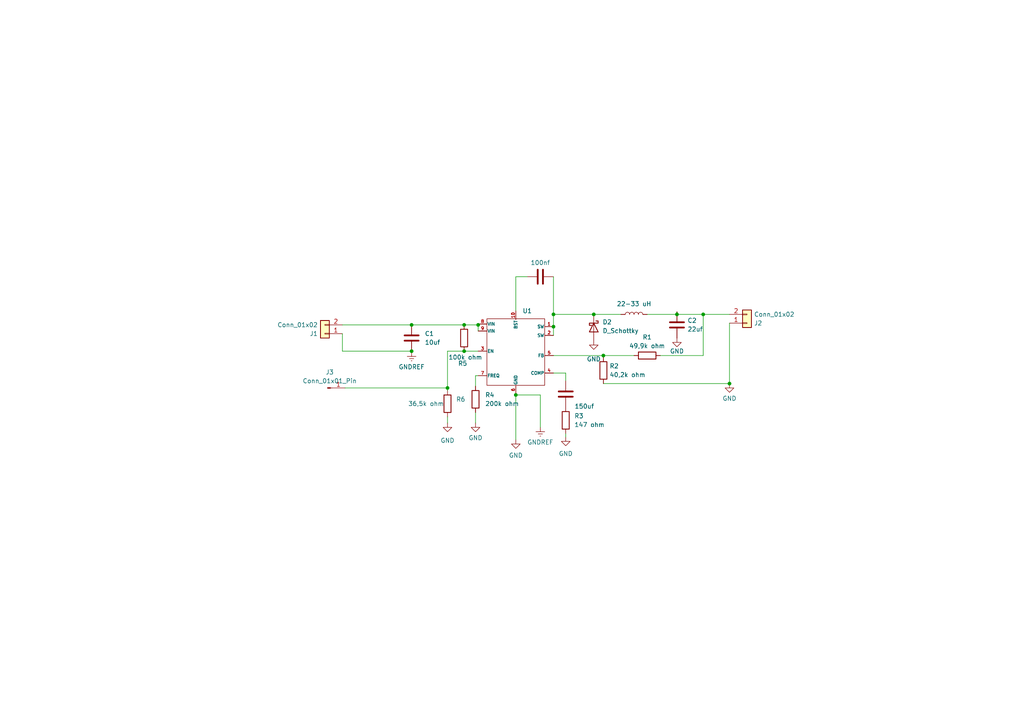
<source format=kicad_sch>
(kicad_sch (version 20230121) (generator eeschema)

  (uuid 78d898c9-a2dc-442a-a8cd-3821f9ae9c27)

  (paper "A4")

  (lib_symbols
    (symbol "Connector:Conn_01x01_Pin" (pin_names (offset 1.016) hide) (in_bom yes) (on_board yes)
      (property "Reference" "J" (at 0 2.54 0)
        (effects (font (size 1.27 1.27)))
      )
      (property "Value" "Conn_01x01_Pin" (at 0 -2.54 0)
        (effects (font (size 1.27 1.27)))
      )
      (property "Footprint" "" (at 0 0 0)
        (effects (font (size 1.27 1.27)) hide)
      )
      (property "Datasheet" "~" (at 0 0 0)
        (effects (font (size 1.27 1.27)) hide)
      )
      (property "ki_locked" "" (at 0 0 0)
        (effects (font (size 1.27 1.27)))
      )
      (property "ki_keywords" "connector" (at 0 0 0)
        (effects (font (size 1.27 1.27)) hide)
      )
      (property "ki_description" "Generic connector, single row, 01x01, script generated" (at 0 0 0)
        (effects (font (size 1.27 1.27)) hide)
      )
      (property "ki_fp_filters" "Connector*:*_1x??_*" (at 0 0 0)
        (effects (font (size 1.27 1.27)) hide)
      )
      (symbol "Conn_01x01_Pin_1_1"
        (polyline
          (pts
            (xy 1.27 0)
            (xy 0.8636 0)
          )
          (stroke (width 0.1524) (type default))
          (fill (type none))
        )
        (rectangle (start 0.8636 0.127) (end 0 -0.127)
          (stroke (width 0.1524) (type default))
          (fill (type outline))
        )
        (pin passive line (at 5.08 0 180) (length 3.81)
          (name "Pin_1" (effects (font (size 1.27 1.27))))
          (number "1" (effects (font (size 1.27 1.27))))
        )
      )
    )
    (symbol "Connector_Generic:Conn_01x02" (pin_names (offset 1.016) hide) (in_bom yes) (on_board yes)
      (property "Reference" "J" (at 0 2.54 0)
        (effects (font (size 1.27 1.27)))
      )
      (property "Value" "Conn_01x02" (at 0 -5.08 0)
        (effects (font (size 1.27 1.27)))
      )
      (property "Footprint" "" (at 0 0 0)
        (effects (font (size 1.27 1.27)) hide)
      )
      (property "Datasheet" "~" (at 0 0 0)
        (effects (font (size 1.27 1.27)) hide)
      )
      (property "ki_keywords" "connector" (at 0 0 0)
        (effects (font (size 1.27 1.27)) hide)
      )
      (property "ki_description" "Generic connector, single row, 01x02, script generated (kicad-library-utils/schlib/autogen/connector/)" (at 0 0 0)
        (effects (font (size 1.27 1.27)) hide)
      )
      (property "ki_fp_filters" "Connector*:*_1x??_*" (at 0 0 0)
        (effects (font (size 1.27 1.27)) hide)
      )
      (symbol "Conn_01x02_1_1"
        (rectangle (start -1.27 -2.413) (end 0 -2.667)
          (stroke (width 0.1524) (type default))
          (fill (type none))
        )
        (rectangle (start -1.27 0.127) (end 0 -0.127)
          (stroke (width 0.1524) (type default))
          (fill (type none))
        )
        (rectangle (start -1.27 1.27) (end 1.27 -3.81)
          (stroke (width 0.254) (type default))
          (fill (type background))
        )
        (pin passive line (at -5.08 0 0) (length 3.81)
          (name "Pin_1" (effects (font (size 1.27 1.27))))
          (number "1" (effects (font (size 1.27 1.27))))
        )
        (pin passive line (at -5.08 -2.54 0) (length 3.81)
          (name "Pin_2" (effects (font (size 1.27 1.27))))
          (number "2" (effects (font (size 1.27 1.27))))
        )
      )
    )
    (symbol "Device:C" (pin_numbers hide) (pin_names (offset 0.254)) (in_bom yes) (on_board yes)
      (property "Reference" "C" (at 0.635 2.54 0)
        (effects (font (size 1.27 1.27)) (justify left))
      )
      (property "Value" "C" (at 0.635 -2.54 0)
        (effects (font (size 1.27 1.27)) (justify left))
      )
      (property "Footprint" "" (at 0.9652 -3.81 0)
        (effects (font (size 1.27 1.27)) hide)
      )
      (property "Datasheet" "~" (at 0 0 0)
        (effects (font (size 1.27 1.27)) hide)
      )
      (property "ki_keywords" "cap capacitor" (at 0 0 0)
        (effects (font (size 1.27 1.27)) hide)
      )
      (property "ki_description" "Unpolarized capacitor" (at 0 0 0)
        (effects (font (size 1.27 1.27)) hide)
      )
      (property "ki_fp_filters" "C_*" (at 0 0 0)
        (effects (font (size 1.27 1.27)) hide)
      )
      (symbol "C_0_1"
        (polyline
          (pts
            (xy -2.032 -0.762)
            (xy 2.032 -0.762)
          )
          (stroke (width 0.508) (type default))
          (fill (type none))
        )
        (polyline
          (pts
            (xy -2.032 0.762)
            (xy 2.032 0.762)
          )
          (stroke (width 0.508) (type default))
          (fill (type none))
        )
      )
      (symbol "C_1_1"
        (pin passive line (at 0 3.81 270) (length 2.794)
          (name "~" (effects (font (size 1.27 1.27))))
          (number "1" (effects (font (size 1.27 1.27))))
        )
        (pin passive line (at 0 -3.81 90) (length 2.794)
          (name "~" (effects (font (size 1.27 1.27))))
          (number "2" (effects (font (size 1.27 1.27))))
        )
      )
    )
    (symbol "Device:D_Schottky" (pin_numbers hide) (pin_names (offset 1.016) hide) (in_bom yes) (on_board yes)
      (property "Reference" "D" (at 0 2.54 0)
        (effects (font (size 1.27 1.27)))
      )
      (property "Value" "D_Schottky" (at 0 -2.54 0)
        (effects (font (size 1.27 1.27)))
      )
      (property "Footprint" "" (at 0 0 0)
        (effects (font (size 1.27 1.27)) hide)
      )
      (property "Datasheet" "~" (at 0 0 0)
        (effects (font (size 1.27 1.27)) hide)
      )
      (property "ki_keywords" "diode Schottky" (at 0 0 0)
        (effects (font (size 1.27 1.27)) hide)
      )
      (property "ki_description" "Schottky diode" (at 0 0 0)
        (effects (font (size 1.27 1.27)) hide)
      )
      (property "ki_fp_filters" "TO-???* *_Diode_* *SingleDiode* D_*" (at 0 0 0)
        (effects (font (size 1.27 1.27)) hide)
      )
      (symbol "D_Schottky_0_1"
        (polyline
          (pts
            (xy 1.27 0)
            (xy -1.27 0)
          )
          (stroke (width 0) (type default))
          (fill (type none))
        )
        (polyline
          (pts
            (xy 1.27 1.27)
            (xy 1.27 -1.27)
            (xy -1.27 0)
            (xy 1.27 1.27)
          )
          (stroke (width 0.254) (type default))
          (fill (type none))
        )
        (polyline
          (pts
            (xy -1.905 0.635)
            (xy -1.905 1.27)
            (xy -1.27 1.27)
            (xy -1.27 -1.27)
            (xy -0.635 -1.27)
            (xy -0.635 -0.635)
          )
          (stroke (width 0.254) (type default))
          (fill (type none))
        )
      )
      (symbol "D_Schottky_1_1"
        (pin passive line (at -3.81 0 0) (length 2.54)
          (name "K" (effects (font (size 1.27 1.27))))
          (number "1" (effects (font (size 1.27 1.27))))
        )
        (pin passive line (at 3.81 0 180) (length 2.54)
          (name "A" (effects (font (size 1.27 1.27))))
          (number "2" (effects (font (size 1.27 1.27))))
        )
      )
    )
    (symbol "Device:L" (pin_numbers hide) (pin_names (offset 1.016) hide) (in_bom yes) (on_board yes)
      (property "Reference" "L" (at -1.27 0 90)
        (effects (font (size 1.27 1.27)))
      )
      (property "Value" "L" (at 1.905 0 90)
        (effects (font (size 1.27 1.27)))
      )
      (property "Footprint" "" (at 0 0 0)
        (effects (font (size 1.27 1.27)) hide)
      )
      (property "Datasheet" "~" (at 0 0 0)
        (effects (font (size 1.27 1.27)) hide)
      )
      (property "ki_keywords" "inductor choke coil reactor magnetic" (at 0 0 0)
        (effects (font (size 1.27 1.27)) hide)
      )
      (property "ki_description" "Inductor" (at 0 0 0)
        (effects (font (size 1.27 1.27)) hide)
      )
      (property "ki_fp_filters" "Choke_* *Coil* Inductor_* L_*" (at 0 0 0)
        (effects (font (size 1.27 1.27)) hide)
      )
      (symbol "L_0_1"
        (arc (start 0 -2.54) (mid 0.6323 -1.905) (end 0 -1.27)
          (stroke (width 0) (type default))
          (fill (type none))
        )
        (arc (start 0 -1.27) (mid 0.6323 -0.635) (end 0 0)
          (stroke (width 0) (type default))
          (fill (type none))
        )
        (arc (start 0 0) (mid 0.6323 0.635) (end 0 1.27)
          (stroke (width 0) (type default))
          (fill (type none))
        )
        (arc (start 0 1.27) (mid 0.6323 1.905) (end 0 2.54)
          (stroke (width 0) (type default))
          (fill (type none))
        )
      )
      (symbol "L_1_1"
        (pin passive line (at 0 3.81 270) (length 1.27)
          (name "1" (effects (font (size 1.27 1.27))))
          (number "1" (effects (font (size 1.27 1.27))))
        )
        (pin passive line (at 0 -3.81 90) (length 1.27)
          (name "2" (effects (font (size 1.27 1.27))))
          (number "2" (effects (font (size 1.27 1.27))))
        )
      )
    )
    (symbol "Device:R" (pin_numbers hide) (pin_names (offset 0)) (in_bom yes) (on_board yes)
      (property "Reference" "R" (at 2.032 0 90)
        (effects (font (size 1.27 1.27)))
      )
      (property "Value" "R" (at 0 0 90)
        (effects (font (size 1.27 1.27)))
      )
      (property "Footprint" "" (at -1.778 0 90)
        (effects (font (size 1.27 1.27)) hide)
      )
      (property "Datasheet" "~" (at 0 0 0)
        (effects (font (size 1.27 1.27)) hide)
      )
      (property "ki_keywords" "R res resistor" (at 0 0 0)
        (effects (font (size 1.27 1.27)) hide)
      )
      (property "ki_description" "Resistor" (at 0 0 0)
        (effects (font (size 1.27 1.27)) hide)
      )
      (property "ki_fp_filters" "R_*" (at 0 0 0)
        (effects (font (size 1.27 1.27)) hide)
      )
      (symbol "R_0_1"
        (rectangle (start -1.016 -2.54) (end 1.016 2.54)
          (stroke (width 0.254) (type default))
          (fill (type none))
        )
      )
      (symbol "R_1_1"
        (pin passive line (at 0 3.81 270) (length 1.27)
          (name "~" (effects (font (size 1.27 1.27))))
          (number "1" (effects (font (size 1.27 1.27))))
        )
        (pin passive line (at 0 -3.81 90) (length 1.27)
          (name "~" (effects (font (size 1.27 1.27))))
          (number "2" (effects (font (size 1.27 1.27))))
        )
      )
    )
    (symbol "MP4462:MP4462" (pin_names (offset 0.1)) (in_bom yes) (on_board yes)
      (property "Reference" "U" (at 0 0 0)
        (effects (font (size 1.27 1.27)))
      )
      (property "Value" "" (at 0 0 0)
        (effects (font (size 1.27 1.27)))
      )
      (property "Footprint" "MP4462 : SOIC 8" (at 0 2.794 0)
        (effects (font (size 1.27 1.27)) hide)
      )
      (property "Datasheet" "" (at 0 0 0)
        (effects (font (size 1.27 1.27)) hide)
      )
      (symbol "MP4462_0_1"
        (rectangle (start -8.382 0) (end 8.382 -19.304)
          (stroke (width 0) (type default))
          (fill (type none))
        )
      )
      (symbol "MP4462_1_1"
        (pin input line (at 10.922 -2.286 180) (length 2.54)
          (name "SW" (effects (font (size 0.9 0.9))))
          (number "1" (effects (font (size 0.9 0.9))))
        )
        (pin input line (at 0 2.286 270) (length 2.54)
          (name "BST" (effects (font (size 0.9 0.9))))
          (number "10" (effects (font (size 0.9 0.9))))
        )
        (pin input line (at 10.922 -4.826 180) (length 2.54)
          (name "SW" (effects (font (size 0.9 0.9))))
          (number "2" (effects (font (size 0.9 0.9))))
        )
        (pin input line (at -10.922 -9.398 0) (length 2.54)
          (name "EN" (effects (font (size 0.9 0.9))))
          (number "3" (effects (font (size 0.9 0.9))))
        )
        (pin input line (at 10.922 -15.748 180) (length 2.54)
          (name "COMP" (effects (font (size 0.9 0.9))))
          (number "4" (effects (font (size 0.9 0.9))))
        )
        (pin input line (at 10.922 -10.668 180) (length 2.54)
          (name "FB" (effects (font (size 0.9 0.9))))
          (number "5" (effects (font (size 0.9 0.9))))
        )
        (pin input line (at 0 -21.844 90) (length 2.54)
          (name "GND" (effects (font (size 0.9 0.9))))
          (number "6" (effects (font (size 0.9 0.9))))
        )
        (pin input line (at -10.922 -16.51 0) (length 2.54)
          (name "FREQ" (effects (font (size 0.9 0.9))))
          (number "7" (effects (font (size 0.9 0.9))))
        )
        (pin input line (at -10.922 -1.524 0) (length 2.54)
          (name "VIN" (effects (font (size 0.9 0.9))))
          (number "8" (effects (font (size 0.9 0.9))))
        )
        (pin input line (at -10.922 -3.556 0) (length 2.54)
          (name "VIN" (effects (font (size 0.9 0.9))))
          (number "9" (effects (font (size 0.9 0.9))))
        )
      )
    )
    (symbol "power:GND" (power) (pin_names (offset 0)) (in_bom yes) (on_board yes)
      (property "Reference" "#PWR" (at 0 -6.35 0)
        (effects (font (size 1.27 1.27)) hide)
      )
      (property "Value" "GND" (at 0 -3.81 0)
        (effects (font (size 1.27 1.27)))
      )
      (property "Footprint" "" (at 0 0 0)
        (effects (font (size 1.27 1.27)) hide)
      )
      (property "Datasheet" "" (at 0 0 0)
        (effects (font (size 1.27 1.27)) hide)
      )
      (property "ki_keywords" "global power" (at 0 0 0)
        (effects (font (size 1.27 1.27)) hide)
      )
      (property "ki_description" "Power symbol creates a global label with name \"GND\" , ground" (at 0 0 0)
        (effects (font (size 1.27 1.27)) hide)
      )
      (symbol "GND_0_1"
        (polyline
          (pts
            (xy 0 0)
            (xy 0 -1.27)
            (xy 1.27 -1.27)
            (xy 0 -2.54)
            (xy -1.27 -1.27)
            (xy 0 -1.27)
          )
          (stroke (width 0) (type default))
          (fill (type none))
        )
      )
      (symbol "GND_1_1"
        (pin power_in line (at 0 0 270) (length 0) hide
          (name "GND" (effects (font (size 1.27 1.27))))
          (number "1" (effects (font (size 1.27 1.27))))
        )
      )
    )
    (symbol "power:GNDREF" (power) (pin_names (offset 0)) (in_bom yes) (on_board yes)
      (property "Reference" "#PWR" (at 0 -6.35 0)
        (effects (font (size 1.27 1.27)) hide)
      )
      (property "Value" "GNDREF" (at 0 -3.81 0)
        (effects (font (size 1.27 1.27)))
      )
      (property "Footprint" "" (at 0 0 0)
        (effects (font (size 1.27 1.27)) hide)
      )
      (property "Datasheet" "" (at 0 0 0)
        (effects (font (size 1.27 1.27)) hide)
      )
      (property "ki_keywords" "global power" (at 0 0 0)
        (effects (font (size 1.27 1.27)) hide)
      )
      (property "ki_description" "Power symbol creates a global label with name \"GNDREF\" , reference supply ground" (at 0 0 0)
        (effects (font (size 1.27 1.27)) hide)
      )
      (symbol "GNDREF_0_1"
        (polyline
          (pts
            (xy -0.635 -1.905)
            (xy 0.635 -1.905)
          )
          (stroke (width 0) (type default))
          (fill (type none))
        )
        (polyline
          (pts
            (xy -0.127 -2.54)
            (xy 0.127 -2.54)
          )
          (stroke (width 0) (type default))
          (fill (type none))
        )
        (polyline
          (pts
            (xy 0 -1.27)
            (xy 0 0)
          )
          (stroke (width 0) (type default))
          (fill (type none))
        )
        (polyline
          (pts
            (xy 1.27 -1.27)
            (xy -1.27 -1.27)
          )
          (stroke (width 0) (type default))
          (fill (type none))
        )
      )
      (symbol "GNDREF_1_1"
        (pin power_in line (at 0 0 270) (length 0) hide
          (name "GNDREF" (effects (font (size 1.27 1.27))))
          (number "1" (effects (font (size 1.27 1.27))))
        )
      )
    )
  )

  (junction (at 134.62 101.854) (diameter 0) (color 0 0 0 0)
    (uuid 142fb589-fdee-47df-b74d-704bda15b60a)
  )
  (junction (at 160.528 91.186) (diameter 0) (color 0 0 0 0)
    (uuid 2879870f-dbfd-4901-8f77-859a1d930486)
  )
  (junction (at 119.38 94.234) (diameter 0) (color 0 0 0 0)
    (uuid 3f3ed9ad-ca30-4f63-9540-ba48e1cf2d7d)
  )
  (junction (at 160.528 94.742) (diameter 0) (color 0 0 0 0)
    (uuid 4ab4f48d-6114-423c-8300-3cdbe097eb05)
  )
  (junction (at 119.38 101.854) (diameter 0) (color 0 0 0 0)
    (uuid 56cef8b9-c9dd-47e4-8aeb-75d08239f68d)
  )
  (junction (at 149.606 114.554) (diameter 0) (color 0 0 0 0)
    (uuid 64ccde83-17ae-4062-a2bb-632eca69c918)
  )
  (junction (at 175.006 103.124) (diameter 0) (color 0 0 0 0)
    (uuid 9f131104-4db2-4646-837c-f4bcb6065cd1)
  )
  (junction (at 134.62 94.234) (diameter 0) (color 0 0 0 0)
    (uuid a2b9d7e7-76b5-4226-8151-ab334e2db216)
  )
  (junction (at 172.212 91.186) (diameter 0) (color 0 0 0 0)
    (uuid b47192e7-3a2f-4d0a-a192-ff09f1e2e501)
  )
  (junction (at 203.962 91.186) (diameter 0) (color 0 0 0 0)
    (uuid ca282748-9126-48cf-969e-0e319e24b428)
  )
  (junction (at 129.794 112.522) (diameter 0) (color 0 0 0 0)
    (uuid ce288f0b-8fbe-43fd-86a0-5f5d9e5dfb71)
  )
  (junction (at 138.684 94.234) (diameter 0) (color 0 0 0 0)
    (uuid d1a8976e-2366-4ca3-9510-28e9e824576f)
  )
  (junction (at 196.342 91.186) (diameter 0) (color 0 0 0 0)
    (uuid dd1c883a-7661-459b-a50d-7a421b176365)
  )
  (junction (at 211.582 111.252) (diameter 0) (color 0 0 0 0)
    (uuid e678cbf6-d9ff-409b-b2d9-b365cf0acdf2)
  )

  (wire (pts (xy 137.922 119.634) (xy 137.922 122.682))
    (stroke (width 0) (type default))
    (uuid 0a534fba-0440-42c1-a6a3-ee1733aa6012)
  )
  (wire (pts (xy 149.606 114.554) (xy 156.718 114.554))
    (stroke (width 0) (type default))
    (uuid 0d0a22c3-a5a6-4222-a699-f2ba73611b71)
  )
  (wire (pts (xy 129.794 101.854) (xy 134.62 101.854))
    (stroke (width 0) (type default))
    (uuid 0ef03392-3c64-44eb-9854-c4a1188f9eb2)
  )
  (wire (pts (xy 164.084 126.746) (xy 164.084 125.73))
    (stroke (width 0) (type default))
    (uuid 1256ca53-dd77-47fb-ac60-b8e00dbac95a)
  )
  (wire (pts (xy 160.528 97.282) (xy 160.528 94.742))
    (stroke (width 0) (type default))
    (uuid 19d989cb-0b08-4732-966e-b9922f6e7591)
  )
  (wire (pts (xy 99.314 94.234) (xy 119.38 94.234))
    (stroke (width 0) (type default))
    (uuid 1a3cfbd8-53e6-463e-a4fd-f6acf1faedcf)
  )
  (wire (pts (xy 119.38 94.234) (xy 134.62 94.234))
    (stroke (width 0) (type default))
    (uuid 22ca102c-b38e-44e6-a03a-2c354a05b970)
  )
  (wire (pts (xy 156.718 123.952) (xy 156.718 114.554))
    (stroke (width 0) (type default))
    (uuid 25d90e02-fd01-425b-971a-6e675b3ad35d)
  )
  (wire (pts (xy 149.606 114.3) (xy 149.606 114.554))
    (stroke (width 0) (type default))
    (uuid 308f59da-d8f4-4677-a2d5-86d3930158e3)
  )
  (wire (pts (xy 175.006 103.124) (xy 183.896 103.124))
    (stroke (width 0) (type default))
    (uuid 3485adfd-9c73-4c9d-87ac-016931739f9e)
  )
  (wire (pts (xy 160.528 108.204) (xy 164.084 108.204))
    (stroke (width 0) (type default))
    (uuid 44c3f3f8-039a-490c-8522-a5aaf674aec7)
  )
  (wire (pts (xy 211.582 93.726) (xy 211.582 111.252))
    (stroke (width 0) (type default))
    (uuid 4cfa285f-459d-41e0-91ed-bc0898a20485)
  )
  (wire (pts (xy 203.962 91.186) (xy 196.342 91.186))
    (stroke (width 0) (type default))
    (uuid 4f7dcde6-e5d5-4c0b-a3e5-1758c05eb7cf)
  )
  (wire (pts (xy 134.62 94.234) (xy 138.684 94.234))
    (stroke (width 0) (type default))
    (uuid 509cdabf-bbd2-46c3-8f55-ca9d973e4590)
  )
  (wire (pts (xy 203.962 91.186) (xy 211.582 91.186))
    (stroke (width 0) (type default))
    (uuid 5441abf6-5f8f-48a7-a45a-ee82873eb436)
  )
  (wire (pts (xy 138.684 108.966) (xy 137.922 108.966))
    (stroke (width 0) (type default))
    (uuid 55b5e95d-0c63-4539-ac23-a5975b631c19)
  )
  (wire (pts (xy 119.38 102.108) (xy 119.38 101.854))
    (stroke (width 0) (type default))
    (uuid 5dba6467-9239-4bf5-92e4-e0899e6463f5)
  )
  (wire (pts (xy 211.582 111.252) (xy 175.006 111.252))
    (stroke (width 0) (type default))
    (uuid 66c56df8-a97b-48b5-b215-741416730d0b)
  )
  (wire (pts (xy 203.962 103.124) (xy 203.962 91.186))
    (stroke (width 0) (type default))
    (uuid 704e06eb-1706-4ccb-82f8-20fb0bc486a9)
  )
  (wire (pts (xy 129.794 120.904) (xy 129.794 122.682))
    (stroke (width 0) (type default))
    (uuid 80c47fc8-7a60-4423-a565-28bc2c8a8191)
  )
  (wire (pts (xy 191.516 103.124) (xy 203.962 103.124))
    (stroke (width 0) (type default))
    (uuid 82d23e1b-b122-4d84-b3dc-ebf96d059aac)
  )
  (wire (pts (xy 164.084 108.204) (xy 164.084 110.49))
    (stroke (width 0) (type default))
    (uuid 84fe06e7-4f4e-4263-862f-c45a8506c687)
  )
  (wire (pts (xy 100.076 112.522) (xy 129.794 112.522))
    (stroke (width 0) (type default))
    (uuid 8bb79b47-8995-4410-b3ac-736328be6458)
  )
  (wire (pts (xy 172.212 91.186) (xy 180.086 91.186))
    (stroke (width 0) (type default))
    (uuid 92e60bcf-3498-4fbf-83a9-a1ba2f06ccbc)
  )
  (wire (pts (xy 138.684 101.854) (xy 134.62 101.854))
    (stroke (width 0) (type default))
    (uuid 9605bd41-d48d-4f7d-bb3c-4a1149c61ca0)
  )
  (wire (pts (xy 152.908 80.264) (xy 149.606 80.264))
    (stroke (width 0) (type default))
    (uuid a0494365-32db-4080-988a-59103b63be71)
  )
  (wire (pts (xy 187.706 91.186) (xy 196.342 91.186))
    (stroke (width 0) (type default))
    (uuid a0ac01a1-4878-4f12-87ca-ca11dafa4ed0)
  )
  (wire (pts (xy 160.528 80.264) (xy 160.528 91.186))
    (stroke (width 0) (type default))
    (uuid ad8f6a40-29a9-4186-857e-751c3d4116b1)
  )
  (wire (pts (xy 149.606 80.264) (xy 149.606 90.17))
    (stroke (width 0) (type default))
    (uuid ae6654f4-3119-4181-b861-ad8fc5be4c67)
  )
  (wire (pts (xy 175.006 103.124) (xy 175.006 103.632))
    (stroke (width 0) (type default))
    (uuid b2d0de51-d474-463c-afaa-36690fc1d40f)
  )
  (wire (pts (xy 99.314 96.774) (xy 99.314 101.854))
    (stroke (width 0) (type default))
    (uuid b874d218-fc79-441b-9011-97c42e7e83f3)
  )
  (wire (pts (xy 129.794 113.284) (xy 129.794 112.522))
    (stroke (width 0) (type default))
    (uuid c4fc84f6-13dc-4a24-971d-fa951125ea95)
  )
  (wire (pts (xy 149.606 114.554) (xy 149.606 127.508))
    (stroke (width 0) (type default))
    (uuid c8810750-511e-4aea-ac3a-8808f127b55c)
  )
  (wire (pts (xy 160.528 91.186) (xy 172.212 91.186))
    (stroke (width 0) (type default))
    (uuid c95876d8-271f-461a-a6f8-05eb7d2bd53c)
  )
  (wire (pts (xy 137.922 108.966) (xy 137.922 112.014))
    (stroke (width 0) (type default))
    (uuid ca2599c1-5148-416c-bb8d-b2f7bbf1489f)
  )
  (wire (pts (xy 138.684 94.234) (xy 138.684 96.012))
    (stroke (width 0) (type default))
    (uuid cafbc265-9925-4c20-98f9-c22ab74e06d1)
  )
  (wire (pts (xy 129.794 112.522) (xy 129.794 101.854))
    (stroke (width 0) (type default))
    (uuid d640717f-6f6e-44a8-a4a4-111075ee3662)
  )
  (wire (pts (xy 160.528 103.124) (xy 175.006 103.124))
    (stroke (width 0) (type default))
    (uuid dfe70f01-9242-4fcd-97ca-f4ddb8c1521b)
  )
  (wire (pts (xy 99.314 101.854) (xy 119.38 101.854))
    (stroke (width 0) (type default))
    (uuid e5f096ca-9c00-49cf-b60e-c36596d83682)
  )
  (wire (pts (xy 196.342 91.186) (xy 196.342 90.424))
    (stroke (width 0) (type default))
    (uuid eaee8631-0545-4627-b18c-f6a30ee6e0d7)
  )
  (wire (pts (xy 138.684 93.98) (xy 138.684 94.234))
    (stroke (width 0) (type default))
    (uuid ee70b3a3-2213-4b0d-ae17-fae52585436e)
  )
  (wire (pts (xy 160.528 91.186) (xy 160.528 94.742))
    (stroke (width 0) (type default))
    (uuid ef35a254-1cd5-4bd4-854f-4728b413cbc3)
  )

  (symbol (lib_id "MP4462:MP4462") (at 149.606 92.456 0) (unit 1)
    (in_bom yes) (on_board yes) (dnp no) (fields_autoplaced)
    (uuid 0541f1cf-640e-4949-a44e-0f029a379afe)
    (property "Reference" "U1" (at 151.5457 90.17 0)
      (effects (font (size 1.27 1.27)) (justify left))
    )
    (property "Value" "~" (at 149.606 92.456 0)
      (effects (font (size 1.27 1.27)) hide)
    )
    (property "Footprint" "Package_DFN_QFN:DFN-10_2x2mm_P0.4mm" (at 149.606 89.662 0)
      (effects (font (size 1.27 1.27)) hide)
    )
    (property "Datasheet" "" (at 149.606 92.456 0)
      (effects (font (size 1.27 1.27)) hide)
    )
    (pin "7" (uuid 5e28bbae-c213-4311-a789-2e555b3554d8))
    (pin "3" (uuid 766f0e68-edf5-4a39-bf8b-b50cd05df811))
    (pin "6" (uuid d6e5a52f-d0a6-43c7-8bcc-59e7ff77405f))
    (pin "8" (uuid b60f9bb0-35c9-4140-8940-71e8435ff8ed))
    (pin "9" (uuid 953b0d84-3004-4c1f-afe4-437fc7ae5073))
    (pin "10" (uuid f96fad4a-0b7e-478f-9c54-ba0b58080f0c))
    (pin "2" (uuid 28764c81-874d-4f8e-9367-85d8f46017fc))
    (pin "1" (uuid f07bba0e-c1f5-4901-be03-7123b02021ad))
    (pin "4" (uuid 1432f523-ee50-4374-b796-949c1a8469c2))
    (pin "5" (uuid 27234d4d-c92c-4ea8-bbd8-50b1ca47d164))
    (instances
      (project "projekt"
        (path "/78d898c9-a2dc-442a-a8cd-3821f9ae9c27"
          (reference "U1") (unit 1)
        )
      )
    )
  )

  (symbol (lib_id "power:GND") (at 149.606 127.508 0) (unit 1)
    (in_bom yes) (on_board yes) (dnp no) (fields_autoplaced)
    (uuid 0cbe861c-7b4d-4970-9cec-3c0b97a65788)
    (property "Reference" "#PWR05" (at 149.606 133.858 0)
      (effects (font (size 1.27 1.27)) hide)
    )
    (property "Value" "GND" (at 149.606 132.08 0)
      (effects (font (size 1.27 1.27)))
    )
    (property "Footprint" "" (at 149.606 127.508 0)
      (effects (font (size 1.27 1.27)) hide)
    )
    (property "Datasheet" "" (at 149.606 127.508 0)
      (effects (font (size 1.27 1.27)) hide)
    )
    (pin "1" (uuid 0497d463-7a28-4ac1-b279-ae8f62f0f0f9))
    (instances
      (project "projekt"
        (path "/78d898c9-a2dc-442a-a8cd-3821f9ae9c27"
          (reference "#PWR05") (unit 1)
        )
      )
    )
  )

  (symbol (lib_id "Device:C") (at 119.38 98.044 0) (unit 1)
    (in_bom yes) (on_board yes) (dnp no) (fields_autoplaced)
    (uuid 22b6627b-8a55-46a5-97bd-6979c804db88)
    (property "Reference" "C1" (at 123.19 96.774 0)
      (effects (font (size 1.27 1.27)) (justify left))
    )
    (property "Value" "10uf" (at 123.19 99.314 0)
      (effects (font (size 1.27 1.27)) (justify left))
    )
    (property "Footprint" "Capacitor_SMD:C_0805_2012Metric" (at 120.3452 101.854 0)
      (effects (font (size 1.27 1.27)) hide)
    )
    (property "Datasheet" "~" (at 119.38 98.044 0)
      (effects (font (size 1.27 1.27)) hide)
    )
    (pin "1" (uuid dcd4657e-2553-4602-a06b-aeeab46f5df6))
    (pin "2" (uuid 8b9f3b01-8227-44a6-969f-270406a7f132))
    (instances
      (project "projekt"
        (path "/78d898c9-a2dc-442a-a8cd-3821f9ae9c27"
          (reference "C1") (unit 1)
        )
      )
    )
  )

  (symbol (lib_id "Device:C") (at 156.718 80.264 270) (unit 1)
    (in_bom yes) (on_board yes) (dnp no) (fields_autoplaced)
    (uuid 2cfbc597-fde3-466f-96a2-8fca3f0db228)
    (property "Reference" "C4" (at 156.718 73.66 90)
      (effects (font (size 1.27 1.27)) hide)
    )
    (property "Value" "100nf" (at 156.718 76.2 90)
      (effects (font (size 1.27 1.27)))
    )
    (property "Footprint" "Capacitor_SMD:C_0603_1608Metric" (at 152.908 81.2292 0)
      (effects (font (size 1.27 1.27)) hide)
    )
    (property "Datasheet" "~" (at 156.718 80.264 0)
      (effects (font (size 1.27 1.27)) hide)
    )
    (pin "1" (uuid 2f1cd059-6348-422d-ab90-8a0420d28916))
    (pin "2" (uuid d7d6332e-6801-49fe-922d-4f9bebf56fe6))
    (instances
      (project "projekt"
        (path "/78d898c9-a2dc-442a-a8cd-3821f9ae9c27"
          (reference "C4") (unit 1)
        )
      )
    )
  )

  (symbol (lib_id "power:GNDREF") (at 119.38 102.108 0) (unit 1)
    (in_bom yes) (on_board yes) (dnp no) (fields_autoplaced)
    (uuid 2fdffe6c-1055-4712-affb-2049036bfe19)
    (property "Reference" "#PWR09" (at 119.38 108.458 0)
      (effects (font (size 1.27 1.27)) hide)
    )
    (property "Value" "GNDREF" (at 119.38 106.426 0)
      (effects (font (size 1.27 1.27)))
    )
    (property "Footprint" "Connector:Banana_Jack_1Pin" (at 119.38 102.108 0)
      (effects (font (size 1.27 1.27)) hide)
    )
    (property "Datasheet" "" (at 119.38 102.108 0)
      (effects (font (size 1.27 1.27)) hide)
    )
    (pin "1" (uuid 9315ef06-84ac-4abd-bd19-c5c09383dada))
    (instances
      (project "projekt"
        (path "/78d898c9-a2dc-442a-a8cd-3821f9ae9c27"
          (reference "#PWR09") (unit 1)
        )
      )
    )
  )

  (symbol (lib_id "power:GND") (at 172.212 98.806 0) (unit 1)
    (in_bom yes) (on_board yes) (dnp no) (fields_autoplaced)
    (uuid 3a63c8fb-287e-494d-880a-75bf541af937)
    (property "Reference" "#PWR03" (at 172.212 105.156 0)
      (effects (font (size 1.27 1.27)) hide)
    )
    (property "Value" "GND" (at 172.212 104.14 0)
      (effects (font (size 1.27 1.27)))
    )
    (property "Footprint" "" (at 172.212 98.806 0)
      (effects (font (size 1.27 1.27)) hide)
    )
    (property "Datasheet" "" (at 172.212 98.806 0)
      (effects (font (size 1.27 1.27)) hide)
    )
    (pin "1" (uuid d7f91448-bc7e-4f69-b664-445c84f4a68a))
    (instances
      (project "projekt"
        (path "/78d898c9-a2dc-442a-a8cd-3821f9ae9c27"
          (reference "#PWR03") (unit 1)
        )
      )
    )
  )

  (symbol (lib_id "Device:R") (at 187.706 103.124 90) (unit 1)
    (in_bom yes) (on_board yes) (dnp no) (fields_autoplaced)
    (uuid 4ea0ee5d-af7d-4921-8b79-82182d5137af)
    (property "Reference" "R1" (at 187.706 97.79 90)
      (effects (font (size 1.27 1.27)))
    )
    (property "Value" "49,9k ohm" (at 187.706 100.33 90)
      (effects (font (size 1.27 1.27)))
    )
    (property "Footprint" "Resistor_SMD:R_0603_1608Metric" (at 187.706 104.902 90)
      (effects (font (size 1.27 1.27)) hide)
    )
    (property "Datasheet" "~" (at 187.706 103.124 0)
      (effects (font (size 1.27 1.27)) hide)
    )
    (pin "2" (uuid 3b6475b9-a978-48af-8a61-472a4d3c98dd))
    (pin "1" (uuid 21e175a7-c260-4752-b1fd-f36cec5eadf9))
    (instances
      (project "projekt"
        (path "/78d898c9-a2dc-442a-a8cd-3821f9ae9c27"
          (reference "R1") (unit 1)
        )
      )
    )
  )

  (symbol (lib_id "Device:C") (at 196.342 94.234 0) (unit 1)
    (in_bom yes) (on_board yes) (dnp no) (fields_autoplaced)
    (uuid 5ff68956-df4b-488c-982e-eb83a76064e9)
    (property "Reference" "C2" (at 199.39 92.964 0)
      (effects (font (size 1.27 1.27)) (justify left))
    )
    (property "Value" "22uf" (at 199.39 95.504 0)
      (effects (font (size 1.27 1.27)) (justify left))
    )
    (property "Footprint" "Capacitor_SMD:C_0805_2012Metric" (at 197.3072 98.044 0)
      (effects (font (size 1.27 1.27)) hide)
    )
    (property "Datasheet" "~" (at 196.342 94.234 0)
      (effects (font (size 1.27 1.27)) hide)
    )
    (pin "1" (uuid c9c2af70-c9b4-4c68-98f5-7c7c0312c960))
    (pin "2" (uuid 679c0a2f-dbde-4039-aadd-2b746e920017))
    (instances
      (project "projekt"
        (path "/78d898c9-a2dc-442a-a8cd-3821f9ae9c27"
          (reference "C2") (unit 1)
        )
      )
    )
  )

  (symbol (lib_id "Device:L") (at 183.896 91.186 90) (unit 1)
    (in_bom yes) (on_board yes) (dnp no) (fields_autoplaced)
    (uuid 603cfb09-a69f-4a89-9ebe-d9c21de97ef2)
    (property "Reference" "L1" (at 183.896 85.598 90)
      (effects (font (size 1.27 1.27)) hide)
    )
    (property "Value" "22-33 uH" (at 183.896 88.138 90)
      (effects (font (size 1.27 1.27)))
    )
    (property "Footprint" "Inductor_SMD:L_1206_3216Metric" (at 183.896 91.186 0)
      (effects (font (size 1.27 1.27)) hide)
    )
    (property "Datasheet" "~" (at 183.896 91.186 0)
      (effects (font (size 1.27 1.27)) hide)
    )
    (pin "2" (uuid c52a0f11-34af-44e9-82e9-d4ff319de527))
    (pin "1" (uuid 38984e26-2bf4-43af-be69-62e4a48c175c))
    (instances
      (project "projekt"
        (path "/78d898c9-a2dc-442a-a8cd-3821f9ae9c27"
          (reference "L1") (unit 1)
        )
      )
    )
  )

  (symbol (lib_id "power:GND") (at 196.342 98.044 0) (unit 1)
    (in_bom yes) (on_board yes) (dnp no)
    (uuid 6811838c-d0a6-4cdd-a1b3-bba618a51ca2)
    (property "Reference" "#PWR04" (at 196.342 104.394 0)
      (effects (font (size 1.27 1.27)) hide)
    )
    (property "Value" "GND" (at 196.342 101.854 0)
      (effects (font (size 1.27 1.27)))
    )
    (property "Footprint" "" (at 196.342 98.044 0)
      (effects (font (size 1.27 1.27)) hide)
    )
    (property "Datasheet" "" (at 196.342 98.044 0)
      (effects (font (size 1.27 1.27)) hide)
    )
    (pin "1" (uuid 42e1a104-e641-4854-adf3-9ce0d2ba1c22))
    (instances
      (project "projekt"
        (path "/78d898c9-a2dc-442a-a8cd-3821f9ae9c27"
          (reference "#PWR04") (unit 1)
        )
      )
    )
  )

  (symbol (lib_id "power:GND") (at 164.084 126.746 0) (unit 1)
    (in_bom yes) (on_board yes) (dnp no) (fields_autoplaced)
    (uuid 6896dc86-0034-46a2-9010-cf2079eb525f)
    (property "Reference" "#PWR02" (at 164.084 133.096 0)
      (effects (font (size 1.27 1.27)) hide)
    )
    (property "Value" "GND" (at 164.084 131.572 0)
      (effects (font (size 1.27 1.27)))
    )
    (property "Footprint" "" (at 164.084 126.746 0)
      (effects (font (size 1.27 1.27)) hide)
    )
    (property "Datasheet" "" (at 164.084 126.746 0)
      (effects (font (size 1.27 1.27)) hide)
    )
    (pin "1" (uuid 7283ce04-050a-433f-a000-18e99f63cc7e))
    (instances
      (project "projekt"
        (path "/78d898c9-a2dc-442a-a8cd-3821f9ae9c27"
          (reference "#PWR02") (unit 1)
        )
      )
    )
  )

  (symbol (lib_id "Device:D_Schottky") (at 172.212 94.996 270) (unit 1)
    (in_bom yes) (on_board yes) (dnp no) (fields_autoplaced)
    (uuid 6ce4087c-3512-4d3d-a7b2-dabd251a3ab9)
    (property "Reference" "D2" (at 174.752 93.4085 90)
      (effects (font (size 1.27 1.27)) (justify left))
    )
    (property "Value" "D_Schottky" (at 174.752 95.9485 90)
      (effects (font (size 1.27 1.27)) (justify left))
    )
    (property "Footprint" "Diode_SMD:D_0805_2012Metric" (at 172.212 94.996 0)
      (effects (font (size 1.27 1.27)) hide)
    )
    (property "Datasheet" "~" (at 172.212 94.996 0)
      (effects (font (size 1.27 1.27)) hide)
    )
    (pin "1" (uuid f95312dc-5508-4e3d-aef5-2d094e0f2ea3))
    (pin "2" (uuid ca7e1b1f-5650-4ebe-affe-103eea4b8825))
    (instances
      (project "projekt"
        (path "/78d898c9-a2dc-442a-a8cd-3821f9ae9c27"
          (reference "D2") (unit 1)
        )
      )
    )
  )

  (symbol (lib_id "Device:R") (at 164.084 121.92 0) (unit 1)
    (in_bom yes) (on_board yes) (dnp no) (fields_autoplaced)
    (uuid 87cca366-6d92-453a-96be-07d453233134)
    (property "Reference" "R3" (at 166.572 120.65 0)
      (effects (font (size 1.27 1.27)) (justify left))
    )
    (property "Value" "147 ohm" (at 166.572 123.19 0)
      (effects (font (size 1.27 1.27)) (justify left))
    )
    (property "Footprint" "Resistor_SMD:R_0603_1608Metric" (at 162.306 121.92 90)
      (effects (font (size 1.27 1.27)) hide)
    )
    (property "Datasheet" "~" (at 164.084 121.92 0)
      (effects (font (size 1.27 1.27)) hide)
    )
    (pin "2" (uuid 79cfb589-276c-4fdf-914e-6ba4bd91bea7))
    (pin "1" (uuid 4fc2e7d0-239e-4864-9db8-10a911ec4f45))
    (instances
      (project "projekt"
        (path "/78d898c9-a2dc-442a-a8cd-3821f9ae9c27"
          (reference "R3") (unit 1)
        )
      )
    )
  )

  (symbol (lib_id "Connector_Generic:Conn_01x02") (at 94.234 96.774 180) (unit 1)
    (in_bom yes) (on_board yes) (dnp no)
    (uuid 8b21ea2c-e6b5-43a4-b95c-a97c642a69d5)
    (property "Reference" "J1" (at 92.202 96.774 0)
      (effects (font (size 1.27 1.27)) (justify left))
    )
    (property "Value" "Conn_01x02" (at 92.202 94.234 0)
      (effects (font (size 1.27 1.27)) (justify left))
    )
    (property "Footprint" "Connector_Phoenix_MC:PhoenixContact_MCV_1,5_2-G-3.5_1x02_P3.50mm_Vertical" (at 94.234 96.774 0)
      (effects (font (size 1.27 1.27)) hide)
    )
    (property "Datasheet" "~" (at 94.234 96.774 0)
      (effects (font (size 1.27 1.27)) hide)
    )
    (pin "1" (uuid 576abb1c-9ecf-4d74-9a52-58e84ef09cf6))
    (pin "2" (uuid 8731aac1-d736-46e5-97ec-ea4a81b69048))
    (instances
      (project "projekt"
        (path "/78d898c9-a2dc-442a-a8cd-3821f9ae9c27"
          (reference "J1") (unit 1)
        )
      )
    )
  )

  (symbol (lib_id "Device:C") (at 164.084 114.3 0) (unit 1)
    (in_bom yes) (on_board yes) (dnp no)
    (uuid 8cce55a1-65d8-409e-9f1a-a9cb174c4b90)
    (property "Reference" "C3" (at 167.64 113.03 0)
      (effects (font (size 1.27 1.27)) (justify left) hide)
    )
    (property "Value" "150uf" (at 166.624 117.856 0)
      (effects (font (size 1.27 1.27)) (justify left))
    )
    (property "Footprint" "Capacitor_SMD:C_0805_2012Metric" (at 165.0492 118.11 0)
      (effects (font (size 1.27 1.27)) hide)
    )
    (property "Datasheet" "~" (at 164.084 114.3 0)
      (effects (font (size 1.27 1.27)) hide)
    )
    (pin "1" (uuid 62c7be76-c45e-4c70-926e-6e1b33bb85bb))
    (pin "2" (uuid 0a0f6edd-33cf-4156-b2cb-ce889becc190))
    (instances
      (project "projekt"
        (path "/78d898c9-a2dc-442a-a8cd-3821f9ae9c27"
          (reference "C3") (unit 1)
        )
      )
    )
  )

  (symbol (lib_id "Device:R") (at 175.006 107.442 180) (unit 1)
    (in_bom yes) (on_board yes) (dnp no) (fields_autoplaced)
    (uuid 9de14d96-15d5-48e8-8f8d-4312cfed589b)
    (property "Reference" "R2" (at 176.784 106.172 0)
      (effects (font (size 1.27 1.27)) (justify right))
    )
    (property "Value" "40,2k ohm" (at 176.784 108.712 0)
      (effects (font (size 1.27 1.27)) (justify right))
    )
    (property "Footprint" "Resistor_SMD:R_0603_1608Metric" (at 176.784 107.442 90)
      (effects (font (size 1.27 1.27)) hide)
    )
    (property "Datasheet" "~" (at 175.006 107.442 0)
      (effects (font (size 1.27 1.27)) hide)
    )
    (pin "2" (uuid 28a213fa-cfd0-4060-97e3-67b739094053))
    (pin "1" (uuid 6deed62a-c896-428b-8b56-8581deffe01e))
    (instances
      (project "projekt"
        (path "/78d898c9-a2dc-442a-a8cd-3821f9ae9c27"
          (reference "R2") (unit 1)
        )
      )
    )
  )

  (symbol (lib_id "power:GND") (at 129.794 122.682 0) (unit 1)
    (in_bom yes) (on_board yes) (dnp no) (fields_autoplaced)
    (uuid c9de1618-3dae-42e4-9fb2-3ffca4b64fe6)
    (property "Reference" "#PWR08" (at 129.794 129.032 0)
      (effects (font (size 1.27 1.27)) hide)
    )
    (property "Value" "GND" (at 129.794 127.762 0)
      (effects (font (size 1.27 1.27)))
    )
    (property "Footprint" "" (at 129.794 122.682 0)
      (effects (font (size 1.27 1.27)) hide)
    )
    (property "Datasheet" "" (at 129.794 122.682 0)
      (effects (font (size 1.27 1.27)) hide)
    )
    (pin "1" (uuid aee9cceb-7c1d-41ad-80ad-d86ef9cbf7c3))
    (instances
      (project "projekt"
        (path "/78d898c9-a2dc-442a-a8cd-3821f9ae9c27"
          (reference "#PWR08") (unit 1)
        )
      )
    )
  )

  (symbol (lib_id "Connector_Generic:Conn_01x02") (at 216.662 93.726 0) (mirror x) (unit 1)
    (in_bom yes) (on_board yes) (dnp no)
    (uuid dbe02887-b9ac-46f1-8aac-7a940d09469a)
    (property "Reference" "J2" (at 218.694 93.726 0)
      (effects (font (size 1.27 1.27)) (justify left))
    )
    (property "Value" "Conn_01x02" (at 218.694 91.186 0)
      (effects (font (size 1.27 1.27)) (justify left))
    )
    (property "Footprint" "Connector_Phoenix_MC:PhoenixContact_MCV_1,5_2-G-3.5_1x02_P3.50mm_Vertical" (at 216.662 93.726 0)
      (effects (font (size 1.27 1.27)) hide)
    )
    (property "Datasheet" "~" (at 216.662 93.726 0)
      (effects (font (size 1.27 1.27)) hide)
    )
    (pin "1" (uuid d8206180-90a3-4022-bb8e-c5e1f2516b1a))
    (pin "2" (uuid 8aaceb12-c189-4dec-a269-3caabf51c532))
    (instances
      (project "projekt"
        (path "/78d898c9-a2dc-442a-a8cd-3821f9ae9c27"
          (reference "J2") (unit 1)
        )
      )
    )
  )

  (symbol (lib_id "Device:R") (at 129.794 117.094 0) (unit 1)
    (in_bom yes) (on_board yes) (dnp no)
    (uuid dc08ea54-3187-4c79-ad1a-1c283e474f20)
    (property "Reference" "R6" (at 132.282 115.824 0)
      (effects (font (size 1.27 1.27)) (justify left))
    )
    (property "Value" "36,5k ohm" (at 118.364 117.094 0)
      (effects (font (size 1.27 1.27)) (justify left))
    )
    (property "Footprint" "Resistor_SMD:R_0603_1608Metric" (at 128.016 117.094 90)
      (effects (font (size 1.27 1.27)) hide)
    )
    (property "Datasheet" "~" (at 129.794 117.094 0)
      (effects (font (size 1.27 1.27)) hide)
    )
    (pin "2" (uuid eca1d3a1-093a-47c6-8879-ff0d44c00d1f))
    (pin "1" (uuid 308f901e-07e5-4500-b335-710a96d99622))
    (instances
      (project "projekt"
        (path "/78d898c9-a2dc-442a-a8cd-3821f9ae9c27"
          (reference "R6") (unit 1)
        )
      )
    )
  )

  (symbol (lib_id "Device:R") (at 134.62 98.044 0) (unit 1)
    (in_bom yes) (on_board yes) (dnp no)
    (uuid e7188ed8-b4a6-40e4-ac66-fa5d3ef45b48)
    (property "Reference" "R5" (at 132.842 105.41 0)
      (effects (font (size 1.27 1.27)) (justify left))
    )
    (property "Value" "100k ohm" (at 130.048 103.632 0)
      (effects (font (size 1.27 1.27)) (justify left))
    )
    (property "Footprint" "Resistor_SMD:R_0603_1608Metric" (at 132.842 98.044 90)
      (effects (font (size 1.27 1.27)) hide)
    )
    (property "Datasheet" "~" (at 134.62 98.044 0)
      (effects (font (size 1.27 1.27)) hide)
    )
    (pin "2" (uuid b89364a8-9dd2-412a-9c90-9189d47e15ff))
    (pin "1" (uuid 62b347da-8db2-47c6-809e-5a512750cc7a))
    (instances
      (project "projekt"
        (path "/78d898c9-a2dc-442a-a8cd-3821f9ae9c27"
          (reference "R5") (unit 1)
        )
      )
    )
  )

  (symbol (lib_id "power:GND") (at 211.582 111.252 0) (unit 1)
    (in_bom yes) (on_board yes) (dnp no) (fields_autoplaced)
    (uuid e7617bc0-679b-49c1-a108-09d3913a0aaa)
    (property "Reference" "#PWR01" (at 211.582 117.602 0)
      (effects (font (size 1.27 1.27)) hide)
    )
    (property "Value" "GND" (at 211.582 115.57 0)
      (effects (font (size 1.27 1.27)))
    )
    (property "Footprint" "" (at 211.582 111.252 0)
      (effects (font (size 1.27 1.27)) hide)
    )
    (property "Datasheet" "" (at 211.582 111.252 0)
      (effects (font (size 1.27 1.27)) hide)
    )
    (pin "1" (uuid 66c8c927-583e-4546-8893-fb0550763fc6))
    (instances
      (project "projekt"
        (path "/78d898c9-a2dc-442a-a8cd-3821f9ae9c27"
          (reference "#PWR01") (unit 1)
        )
      )
    )
  )

  (symbol (lib_id "power:GNDREF") (at 156.718 123.952 0) (unit 1)
    (in_bom yes) (on_board yes) (dnp no) (fields_autoplaced)
    (uuid eb658577-74e3-4ca5-8f84-5cf15171153d)
    (property "Reference" "#PWR06" (at 156.718 130.302 0)
      (effects (font (size 1.27 1.27)) hide)
    )
    (property "Value" "GNDREF" (at 156.718 128.27 0)
      (effects (font (size 1.27 1.27)))
    )
    (property "Footprint" "" (at 156.718 123.952 0)
      (effects (font (size 1.27 1.27)) hide)
    )
    (property "Datasheet" "" (at 156.718 123.952 0)
      (effects (font (size 1.27 1.27)) hide)
    )
    (pin "1" (uuid 1fe899e4-5afe-43d6-a9f6-854405d73b48))
    (instances
      (project "projekt"
        (path "/78d898c9-a2dc-442a-a8cd-3821f9ae9c27"
          (reference "#PWR06") (unit 1)
        )
      )
    )
  )

  (symbol (lib_id "power:GND") (at 137.922 122.682 0) (unit 1)
    (in_bom yes) (on_board yes) (dnp no) (fields_autoplaced)
    (uuid f375f54a-9c64-4425-a5da-59b8e8e9f76e)
    (property "Reference" "#PWR07" (at 137.922 129.032 0)
      (effects (font (size 1.27 1.27)) hide)
    )
    (property "Value" "GND" (at 137.922 127 0)
      (effects (font (size 1.27 1.27)))
    )
    (property "Footprint" "" (at 137.922 122.682 0)
      (effects (font (size 1.27 1.27)) hide)
    )
    (property "Datasheet" "" (at 137.922 122.682 0)
      (effects (font (size 1.27 1.27)) hide)
    )
    (pin "1" (uuid c27830a5-3cec-40d2-8739-a09b0892b5e5))
    (instances
      (project "projekt"
        (path "/78d898c9-a2dc-442a-a8cd-3821f9ae9c27"
          (reference "#PWR07") (unit 1)
        )
      )
    )
  )

  (symbol (lib_id "Connector:Conn_01x01_Pin") (at 94.996 112.522 0) (unit 1)
    (in_bom yes) (on_board yes) (dnp no) (fields_autoplaced)
    (uuid f4bd2ba8-d52d-4fdb-a666-ef0388d96108)
    (property "Reference" "J3" (at 95.631 107.95 0)
      (effects (font (size 1.27 1.27)))
    )
    (property "Value" "Conn_01x01_Pin" (at 95.631 110.49 0)
      (effects (font (size 1.27 1.27)))
    )
    (property "Footprint" "Connector_Pin:Pin_D0.7mm_L6.5mm_W1.8mm_FlatFork" (at 94.996 112.522 0)
      (effects (font (size 1.27 1.27)) hide)
    )
    (property "Datasheet" "~" (at 94.996 112.522 0)
      (effects (font (size 1.27 1.27)) hide)
    )
    (pin "1" (uuid 94989fed-0afb-47c4-97ce-0b7b4ce2a8c9))
    (instances
      (project "projekt"
        (path "/78d898c9-a2dc-442a-a8cd-3821f9ae9c27"
          (reference "J3") (unit 1)
        )
      )
    )
  )

  (symbol (lib_id "Device:R") (at 137.922 115.824 0) (unit 1)
    (in_bom yes) (on_board yes) (dnp no) (fields_autoplaced)
    (uuid fced5730-538c-4da2-bc5c-a1ab795d72ea)
    (property "Reference" "R4" (at 140.716 114.554 0)
      (effects (font (size 1.27 1.27)) (justify left))
    )
    (property "Value" "200k ohm" (at 140.716 117.094 0)
      (effects (font (size 1.27 1.27)) (justify left))
    )
    (property "Footprint" "Resistor_SMD:R_0603_1608Metric" (at 136.144 115.824 90)
      (effects (font (size 1.27 1.27)) hide)
    )
    (property "Datasheet" "~" (at 137.922 115.824 0)
      (effects (font (size 1.27 1.27)) hide)
    )
    (pin "2" (uuid 99279d45-20c3-4e87-a1f0-0447b3abe002))
    (pin "1" (uuid 23212db8-10d8-4e8b-8542-0d60fdee86e6))
    (instances
      (project "projekt"
        (path "/78d898c9-a2dc-442a-a8cd-3821f9ae9c27"
          (reference "R4") (unit 1)
        )
      )
    )
  )

  (sheet_instances
    (path "/" (page "1"))
  )
)

</source>
